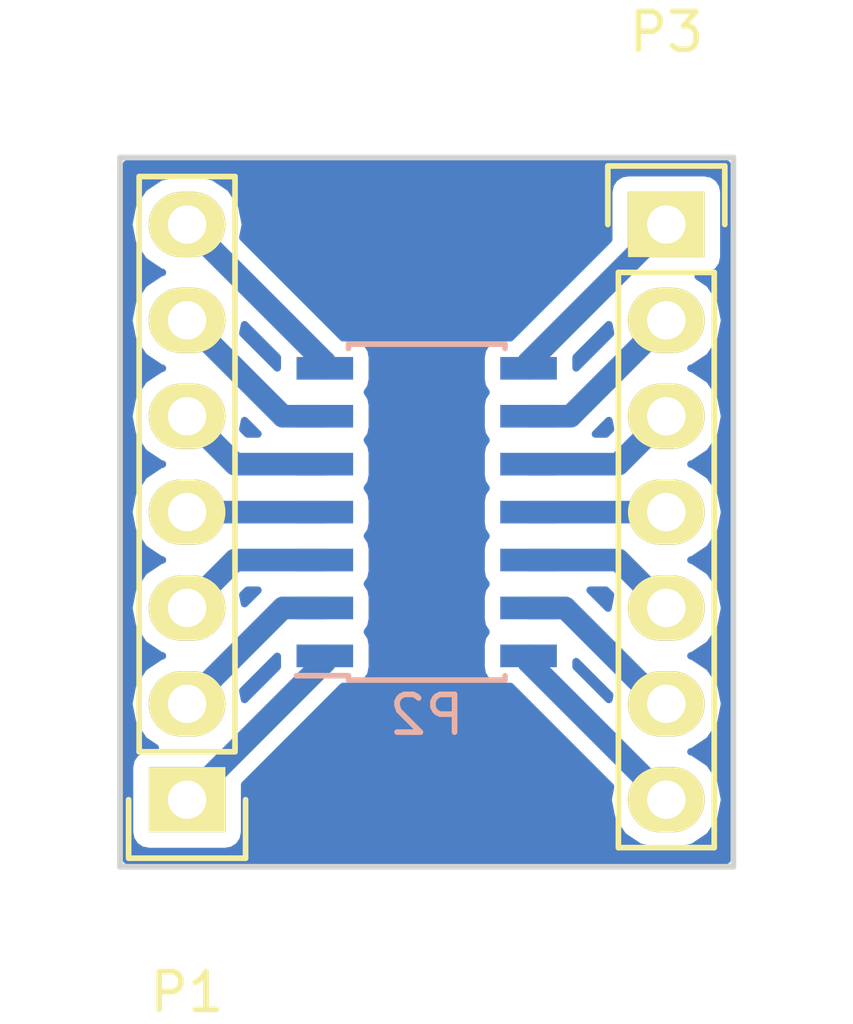
<source format=kicad_pcb>
(kicad_pcb (version 4) (host pcbnew 4.0.1-stable)

  (general
    (links 14)
    (no_connects 0)
    (area 136.931667 95.175 160.248334 123.115)
    (thickness 1.6)
    (drawings 4)
    (tracks 27)
    (zones 0)
    (modules 3)
    (nets 15)
  )

  (page A4)
  (layers
    (0 F.Cu signal)
    (31 B.Cu signal)
    (32 B.Adhes user)
    (33 F.Adhes user)
    (34 B.Paste user)
    (35 F.Paste user)
    (36 B.SilkS user)
    (37 F.SilkS user)
    (38 B.Mask user)
    (39 F.Mask user)
    (40 Dwgs.User user)
    (41 Cmts.User user)
    (42 Eco1.User user)
    (43 Eco2.User user)
    (44 Edge.Cuts user)
    (45 Margin user)
    (46 B.CrtYd user)
    (47 F.CrtYd user)
    (48 B.Fab user)
    (49 F.Fab user)
  )

  (setup
    (last_trace_width 0.6)
    (user_trace_width 0.6)
    (trace_clearance 0.4)
    (zone_clearance 0)
    (zone_45_only no)
    (trace_min 0.2)
    (segment_width 0.2)
    (edge_width 0.15)
    (via_size 0.6)
    (via_drill 0.4)
    (via_min_size 0.4)
    (via_min_drill 0.3)
    (uvia_size 0.3)
    (uvia_drill 0.1)
    (uvias_allowed no)
    (uvia_min_size 0.2)
    (uvia_min_drill 0.1)
    (pcb_text_width 0.3)
    (pcb_text_size 1.5 1.5)
    (mod_edge_width 0.15)
    (mod_text_size 1 1)
    (mod_text_width 0.15)
    (pad_size 1.524 1.524)
    (pad_drill 0.762)
    (pad_to_mask_clearance 0.2)
    (aux_axis_origin 0 0)
    (visible_elements FFFFFF7F)
    (pcbplotparams
      (layerselection 0x01000_80000000)
      (usegerberextensions false)
      (excludeedgelayer true)
      (linewidth 0.100000)
      (plotframeref false)
      (viasonmask false)
      (mode 1)
      (useauxorigin false)
      (hpglpennumber 1)
      (hpglpenspeed 20)
      (hpglpendiameter 15)
      (hpglpenoverlay 2)
      (psnegative false)
      (psa4output false)
      (plotreference true)
      (plotvalue true)
      (plotinvisibletext false)
      (padsonsilk false)
      (subtractmaskfromsilk false)
      (outputformat 1)
      (mirror false)
      (drillshape 0)
      (scaleselection 1)
      (outputdirectory ""))
  )

  (net 0 "")
  (net 1 "Net-(P1-Pad1)")
  (net 2 "Net-(P1-Pad2)")
  (net 3 "Net-(P1-Pad3)")
  (net 4 "Net-(P1-Pad4)")
  (net 5 "Net-(P1-Pad5)")
  (net 6 "Net-(P1-Pad6)")
  (net 7 "Net-(P1-Pad7)")
  (net 8 "Net-(P2-Pad8)")
  (net 9 "Net-(P2-Pad10)")
  (net 10 "Net-(P2-Pad12)")
  (net 11 "Net-(P2-Pad14)")
  (net 12 "Net-(P2-Pad9)")
  (net 13 "Net-(P2-Pad11)")
  (net 14 "Net-(P2-Pad13)")

  (net_class Default "これは標準のネット クラスです。"
    (clearance 0.4)
    (trace_width 0.25)
    (via_dia 0.6)
    (via_drill 0.4)
    (uvia_dia 0.3)
    (uvia_drill 0.1)
    (add_net "Net-(P1-Pad1)")
    (add_net "Net-(P1-Pad2)")
    (add_net "Net-(P1-Pad3)")
    (add_net "Net-(P1-Pad4)")
    (add_net "Net-(P1-Pad5)")
    (add_net "Net-(P1-Pad6)")
    (add_net "Net-(P1-Pad7)")
    (add_net "Net-(P2-Pad10)")
    (add_net "Net-(P2-Pad11)")
    (add_net "Net-(P2-Pad12)")
    (add_net "Net-(P2-Pad13)")
    (add_net "Net-(P2-Pad14)")
    (add_net "Net-(P2-Pad8)")
    (add_net "Net-(P2-Pad9)")
  )

  (module Pin_Headers:Pin_Header_Straight_1x07 (layer F.Cu) (tedit 0) (tstamp 56BD3441)
    (at 142.24 116.84 180)
    (descr "Through hole pin header")
    (tags "pin header")
    (path /56BD349E)
    (fp_text reference P1 (at 0 -5.1 180) (layer F.SilkS)
      (effects (font (size 1 1) (thickness 0.15)))
    )
    (fp_text value CONN_01X07 (at 0 -3.1 180) (layer F.Fab)
      (effects (font (size 1 1) (thickness 0.15)))
    )
    (fp_line (start -1.75 -1.75) (end -1.75 17) (layer F.CrtYd) (width 0.05))
    (fp_line (start 1.75 -1.75) (end 1.75 17) (layer F.CrtYd) (width 0.05))
    (fp_line (start -1.75 -1.75) (end 1.75 -1.75) (layer F.CrtYd) (width 0.05))
    (fp_line (start -1.75 17) (end 1.75 17) (layer F.CrtYd) (width 0.05))
    (fp_line (start 1.27 1.27) (end 1.27 16.51) (layer F.SilkS) (width 0.15))
    (fp_line (start 1.27 16.51) (end -1.27 16.51) (layer F.SilkS) (width 0.15))
    (fp_line (start -1.27 16.51) (end -1.27 1.27) (layer F.SilkS) (width 0.15))
    (fp_line (start 1.55 -1.55) (end 1.55 0) (layer F.SilkS) (width 0.15))
    (fp_line (start 1.27 1.27) (end -1.27 1.27) (layer F.SilkS) (width 0.15))
    (fp_line (start -1.55 0) (end -1.55 -1.55) (layer F.SilkS) (width 0.15))
    (fp_line (start -1.55 -1.55) (end 1.55 -1.55) (layer F.SilkS) (width 0.15))
    (pad 1 thru_hole rect (at 0 0 180) (size 2.032 1.7272) (drill 1.016) (layers *.Cu *.Mask F.SilkS)
      (net 1 "Net-(P1-Pad1)"))
    (pad 2 thru_hole oval (at 0 2.54 180) (size 2.032 1.7272) (drill 1.016) (layers *.Cu *.Mask F.SilkS)
      (net 2 "Net-(P1-Pad2)"))
    (pad 3 thru_hole oval (at 0 5.08 180) (size 2.032 1.7272) (drill 1.016) (layers *.Cu *.Mask F.SilkS)
      (net 3 "Net-(P1-Pad3)"))
    (pad 4 thru_hole oval (at 0 7.62 180) (size 2.032 1.7272) (drill 1.016) (layers *.Cu *.Mask F.SilkS)
      (net 4 "Net-(P1-Pad4)"))
    (pad 5 thru_hole oval (at 0 10.16 180) (size 2.032 1.7272) (drill 1.016) (layers *.Cu *.Mask F.SilkS)
      (net 5 "Net-(P1-Pad5)"))
    (pad 6 thru_hole oval (at 0 12.7 180) (size 2.032 1.7272) (drill 1.016) (layers *.Cu *.Mask F.SilkS)
      (net 6 "Net-(P1-Pad6)"))
    (pad 7 thru_hole oval (at 0 15.24 180) (size 2.032 1.7272) (drill 1.016) (layers *.Cu *.Mask F.SilkS)
      (net 7 "Net-(P1-Pad7)"))
    (model Pin_Headers.3dshapes/Pin_Header_Straight_1x07.wrl
      (at (xyz 0 -0.3 0))
      (scale (xyz 1 1 1))
      (rotate (xyz 0 0 90))
    )
  )

  (module Housings_SOIC:SOIC-14_3.9x8.7mm_Pitch1.27mm (layer B.Cu) (tedit 54130A77) (tstamp 56BD3453)
    (at 148.59 109.22)
    (descr "14-Lead Plastic Small Outline (SL) - Narrow, 3.90 mm Body [SOIC] (see Microchip Packaging Specification 00000049BS.pdf)")
    (tags "SOIC 1.27")
    (path /56BD3578)
    (attr smd)
    (fp_text reference P2 (at 0 5.375) (layer B.SilkS)
      (effects (font (size 1 1) (thickness 0.15)) (justify mirror))
    )
    (fp_text value DIL14 (at 0 -5.375) (layer B.Fab)
      (effects (font (size 1 1) (thickness 0.15)) (justify mirror))
    )
    (fp_line (start -3.7 4.65) (end -3.7 -4.65) (layer B.CrtYd) (width 0.05))
    (fp_line (start 3.7 4.65) (end 3.7 -4.65) (layer B.CrtYd) (width 0.05))
    (fp_line (start -3.7 4.65) (end 3.7 4.65) (layer B.CrtYd) (width 0.05))
    (fp_line (start -3.7 -4.65) (end 3.7 -4.65) (layer B.CrtYd) (width 0.05))
    (fp_line (start -2.075 4.45) (end -2.075 4.335) (layer B.SilkS) (width 0.15))
    (fp_line (start 2.075 4.45) (end 2.075 4.335) (layer B.SilkS) (width 0.15))
    (fp_line (start 2.075 -4.45) (end 2.075 -4.335) (layer B.SilkS) (width 0.15))
    (fp_line (start -2.075 -4.45) (end -2.075 -4.335) (layer B.SilkS) (width 0.15))
    (fp_line (start -2.075 4.45) (end 2.075 4.45) (layer B.SilkS) (width 0.15))
    (fp_line (start -2.075 -4.45) (end 2.075 -4.45) (layer B.SilkS) (width 0.15))
    (fp_line (start -2.075 4.335) (end -3.45 4.335) (layer B.SilkS) (width 0.15))
    (pad 1 smd rect (at -2.7 3.81) (size 1.5 0.6) (layers B.Cu B.Paste B.Mask)
      (net 1 "Net-(P1-Pad1)"))
    (pad 2 smd rect (at -2.7 2.54) (size 1.5 0.6) (layers B.Cu B.Paste B.Mask)
      (net 2 "Net-(P1-Pad2)"))
    (pad 3 smd rect (at -2.7 1.27) (size 1.5 0.6) (layers B.Cu B.Paste B.Mask)
      (net 3 "Net-(P1-Pad3)"))
    (pad 4 smd rect (at -2.7 0) (size 1.5 0.6) (layers B.Cu B.Paste B.Mask)
      (net 4 "Net-(P1-Pad4)"))
    (pad 5 smd rect (at -2.7 -1.27) (size 1.5 0.6) (layers B.Cu B.Paste B.Mask)
      (net 5 "Net-(P1-Pad5)"))
    (pad 6 smd rect (at -2.7 -2.54) (size 1.5 0.6) (layers B.Cu B.Paste B.Mask)
      (net 6 "Net-(P1-Pad6)"))
    (pad 7 smd rect (at -2.7 -3.81) (size 1.5 0.6) (layers B.Cu B.Paste B.Mask)
      (net 7 "Net-(P1-Pad7)"))
    (pad 8 smd rect (at 2.7 -3.81) (size 1.5 0.6) (layers B.Cu B.Paste B.Mask)
      (net 8 "Net-(P2-Pad8)"))
    (pad 9 smd rect (at 2.7 -2.54) (size 1.5 0.6) (layers B.Cu B.Paste B.Mask)
      (net 12 "Net-(P2-Pad9)"))
    (pad 10 smd rect (at 2.7 -1.27) (size 1.5 0.6) (layers B.Cu B.Paste B.Mask)
      (net 9 "Net-(P2-Pad10)"))
    (pad 11 smd rect (at 2.7 0) (size 1.5 0.6) (layers B.Cu B.Paste B.Mask)
      (net 13 "Net-(P2-Pad11)"))
    (pad 12 smd rect (at 2.7 1.27) (size 1.5 0.6) (layers B.Cu B.Paste B.Mask)
      (net 10 "Net-(P2-Pad12)"))
    (pad 13 smd rect (at 2.7 2.54) (size 1.5 0.6) (layers B.Cu B.Paste B.Mask)
      (net 14 "Net-(P2-Pad13)"))
    (pad 14 smd rect (at 2.7 3.81) (size 1.5 0.6) (layers B.Cu B.Paste B.Mask)
      (net 11 "Net-(P2-Pad14)"))
    (model Housings_SOIC.3dshapes/SOIC-14_3.9x8.7mm_Pitch1.27mm.wrl
      (at (xyz 0 0 0))
      (scale (xyz 1 1 1))
      (rotate (xyz 0 0 0))
    )
  )

  (module Pin_Headers:Pin_Header_Straight_1x07 (layer F.Cu) (tedit 0) (tstamp 56BD345E)
    (at 154.94 101.6)
    (descr "Through hole pin header")
    (tags "pin header")
    (path /56BD345F)
    (fp_text reference P3 (at 0 -5.1) (layer F.SilkS)
      (effects (font (size 1 1) (thickness 0.15)))
    )
    (fp_text value CONN_01X07 (at 0 -3.1) (layer F.Fab)
      (effects (font (size 1 1) (thickness 0.15)))
    )
    (fp_line (start -1.75 -1.75) (end -1.75 17) (layer F.CrtYd) (width 0.05))
    (fp_line (start 1.75 -1.75) (end 1.75 17) (layer F.CrtYd) (width 0.05))
    (fp_line (start -1.75 -1.75) (end 1.75 -1.75) (layer F.CrtYd) (width 0.05))
    (fp_line (start -1.75 17) (end 1.75 17) (layer F.CrtYd) (width 0.05))
    (fp_line (start 1.27 1.27) (end 1.27 16.51) (layer F.SilkS) (width 0.15))
    (fp_line (start 1.27 16.51) (end -1.27 16.51) (layer F.SilkS) (width 0.15))
    (fp_line (start -1.27 16.51) (end -1.27 1.27) (layer F.SilkS) (width 0.15))
    (fp_line (start 1.55 -1.55) (end 1.55 0) (layer F.SilkS) (width 0.15))
    (fp_line (start 1.27 1.27) (end -1.27 1.27) (layer F.SilkS) (width 0.15))
    (fp_line (start -1.55 0) (end -1.55 -1.55) (layer F.SilkS) (width 0.15))
    (fp_line (start -1.55 -1.55) (end 1.55 -1.55) (layer F.SilkS) (width 0.15))
    (pad 1 thru_hole rect (at 0 0) (size 2.032 1.7272) (drill 1.016) (layers *.Cu *.Mask F.SilkS)
      (net 8 "Net-(P2-Pad8)"))
    (pad 2 thru_hole oval (at 0 2.54) (size 2.032 1.7272) (drill 1.016) (layers *.Cu *.Mask F.SilkS)
      (net 12 "Net-(P2-Pad9)"))
    (pad 3 thru_hole oval (at 0 5.08) (size 2.032 1.7272) (drill 1.016) (layers *.Cu *.Mask F.SilkS)
      (net 9 "Net-(P2-Pad10)"))
    (pad 4 thru_hole oval (at 0 7.62) (size 2.032 1.7272) (drill 1.016) (layers *.Cu *.Mask F.SilkS)
      (net 13 "Net-(P2-Pad11)"))
    (pad 5 thru_hole oval (at 0 10.16) (size 2.032 1.7272) (drill 1.016) (layers *.Cu *.Mask F.SilkS)
      (net 10 "Net-(P2-Pad12)"))
    (pad 6 thru_hole oval (at 0 12.7) (size 2.032 1.7272) (drill 1.016) (layers *.Cu *.Mask F.SilkS)
      (net 14 "Net-(P2-Pad13)"))
    (pad 7 thru_hole oval (at 0 15.24) (size 2.032 1.7272) (drill 1.016) (layers *.Cu *.Mask F.SilkS)
      (net 11 "Net-(P2-Pad14)"))
    (model Pin_Headers.3dshapes/Pin_Header_Straight_1x07.wrl
      (at (xyz 0 -0.3 0))
      (scale (xyz 1 1 1))
      (rotate (xyz 0 0 90))
    )
  )

  (gr_line (start 140.462 118.618) (end 140.462 99.822) (angle 90) (layer Edge.Cuts) (width 0.15))
  (gr_line (start 156.718 118.618) (end 140.462 118.618) (angle 90) (layer Edge.Cuts) (width 0.15))
  (gr_line (start 156.718 99.822) (end 156.718 118.618) (angle 90) (layer Edge.Cuts) (width 0.15))
  (gr_line (start 140.462 99.822) (end 156.718 99.822) (angle 90) (layer Edge.Cuts) (width 0.15))

  (segment (start 142.24 116.84) (end 145.89 113.19) (width 0.6) (layer B.Cu) (net 1) (status C00000))
  (segment (start 145.89 113.19) (end 145.89 113.03) (width 0.6) (layer B.Cu) (net 1) (tstamp 56BD3530) (status C00000))
  (segment (start 145.89 111.76) (end 144.78 111.76) (width 0.6) (layer B.Cu) (net 2) (status 400000))
  (segment (start 144.78 111.76) (end 142.24 114.3) (width 0.6) (layer B.Cu) (net 2) (tstamp 56BD350F) (status 800000))
  (segment (start 145.89 110.49) (end 143.51 110.49) (width 0.6) (layer B.Cu) (net 3) (status 400000))
  (segment (start 143.51 110.49) (end 142.24 111.76) (width 0.6) (layer B.Cu) (net 3) (tstamp 56BD3513) (status 800000))
  (segment (start 142.24 109.22) (end 145.89 109.22) (width 0.6) (layer B.Cu) (net 4) (status C00000))
  (segment (start 142.24 106.68) (end 143.51 107.95) (width 0.6) (layer B.Cu) (net 5) (status 400000))
  (segment (start 143.51 107.95) (end 145.89 107.95) (width 0.6) (layer B.Cu) (net 5) (tstamp 56BD351A) (status 800000))
  (segment (start 142.24 104.14) (end 144.78 106.68) (width 0.6) (layer B.Cu) (net 6) (status 400000))
  (segment (start 144.78 106.68) (end 145.89 106.68) (width 0.6) (layer B.Cu) (net 6) (tstamp 56BD3523) (status 800000))
  (segment (start 142.24 101.6) (end 145.89 105.25) (width 0.6) (layer B.Cu) (net 7) (status C00000))
  (segment (start 145.89 105.25) (end 145.89 105.41) (width 0.6) (layer B.Cu) (net 7) (tstamp 56BD3526) (status C00000))
  (segment (start 154.94 101.6) (end 151.29 105.25) (width 0.6) (layer B.Cu) (net 8) (status C00000))
  (segment (start 151.29 105.25) (end 151.29 105.41) (width 0.6) (layer B.Cu) (net 8) (tstamp 56BD3529) (status C00000))
  (segment (start 154.94 106.68) (end 153.67 107.95) (width 0.6) (layer B.Cu) (net 9) (status 400000))
  (segment (start 153.67 107.95) (end 151.29 107.95) (width 0.6) (layer B.Cu) (net 9) (tstamp 56BD351D) (status 800000))
  (segment (start 151.29 110.49) (end 153.67 110.49) (width 0.6) (layer B.Cu) (net 10) (status 400000))
  (segment (start 153.67 110.49) (end 154.94 111.76) (width 0.6) (layer B.Cu) (net 10) (tstamp 56BD350C) (status 800000))
  (segment (start 154.94 116.84) (end 151.29 113.19) (width 0.6) (layer B.Cu) (net 11) (status C00000))
  (segment (start 151.29 113.19) (end 151.29 113.03) (width 0.6) (layer B.Cu) (net 11) (tstamp 56BD3533) (status C00000))
  (segment (start 154.94 104.14) (end 152.4 106.68) (width 0.6) (layer B.Cu) (net 12) (status 400000))
  (segment (start 152.4 106.68) (end 151.29 106.68) (width 0.6) (layer B.Cu) (net 12) (tstamp 56BD3520) (status 800000))
  (segment (start 151.29 109.22) (end 154.94 109.22) (width 0.6) (layer B.Cu) (net 13) (status C00000))
  (segment (start 151.29 111.76) (end 152.26 111.76) (width 0.6) (layer B.Cu) (net 14) (status 400000))
  (segment (start 152.26 111.76) (end 154.8 114.3) (width 0.6) (layer B.Cu) (net 14) (tstamp 56BD3508) (status 800000))
  (segment (start 154.8 114.3) (end 154.94 114.3) (width 0.6) (layer B.Cu) (net 14) (tstamp 56BD3509) (status C00000))

  (zone (net 0) (net_name "") (layer B.Cu) (tstamp 56BD354E) (hatch edge 0.508)
    (connect_pads yes (clearance 0))
    (min_thickness 0.2)
    (fill yes (arc_segments 16) (thermal_gap 0.508) (thermal_bridge_width 0.508))
    (polygon
      (pts
        (xy 156.718 118.618) (xy 140.462 118.618) (xy 140.462 99.822) (xy 156.718 99.822) (xy 156.718 118.618)
      )
    )
    (filled_polygon
      (pts
        (xy 156.543 118.443) (xy 140.637 118.443) (xy 140.637 101.6) (xy 140.6943 101.6) (xy 140.798098 102.121827)
        (xy 141.093689 102.564211) (xy 141.536073 102.859802) (xy 141.587342 102.87) (xy 141.536073 102.880198) (xy 141.093689 103.175789)
        (xy 140.798098 103.618173) (xy 140.6943 104.14) (xy 140.798098 104.661827) (xy 141.093689 105.104211) (xy 141.536073 105.399802)
        (xy 141.587342 105.41) (xy 141.536073 105.420198) (xy 141.093689 105.715789) (xy 140.798098 106.158173) (xy 140.6943 106.68)
        (xy 140.798098 107.201827) (xy 141.093689 107.644211) (xy 141.536073 107.939802) (xy 141.587342 107.95) (xy 141.536073 107.960198)
        (xy 141.093689 108.255789) (xy 140.798098 108.698173) (xy 140.6943 109.22) (xy 140.798098 109.741827) (xy 141.093689 110.184211)
        (xy 141.536073 110.479802) (xy 141.587342 110.49) (xy 141.536073 110.500198) (xy 141.093689 110.795789) (xy 140.798098 111.238173)
        (xy 140.6943 111.76) (xy 140.798098 112.281827) (xy 141.093689 112.724211) (xy 141.536073 113.019802) (xy 141.587342 113.03)
        (xy 141.536073 113.040198) (xy 141.093689 113.335789) (xy 140.798098 113.778173) (xy 140.6943 114.3) (xy 140.798098 114.821827)
        (xy 141.093689 115.264211) (xy 141.396594 115.466605) (xy 141.224 115.466605) (xy 141.038711 115.501469) (xy 140.868535 115.610975)
        (xy 140.75437 115.778061) (xy 140.714205 115.9764) (xy 140.714205 117.7036) (xy 140.749069 117.888889) (xy 140.858575 118.059065)
        (xy 141.025661 118.17323) (xy 141.224 118.213395) (xy 143.256 118.213395) (xy 143.441289 118.178531) (xy 143.611465 118.069025)
        (xy 143.72563 117.901939) (xy 143.765795 117.7036) (xy 143.765795 116.445575) (xy 146.371576 113.839795) (xy 146.64 113.839795)
        (xy 146.825289 113.804931) (xy 146.995465 113.695425) (xy 147.10963 113.528339) (xy 147.149795 113.33) (xy 147.149795 112.73)
        (xy 147.114931 112.544711) (xy 147.017459 112.393236) (xy 147.10963 112.258339) (xy 147.149795 112.06) (xy 147.149795 111.46)
        (xy 147.114931 111.274711) (xy 147.017459 111.123236) (xy 147.10963 110.988339) (xy 147.149795 110.79) (xy 147.149795 110.19)
        (xy 147.114931 110.004711) (xy 147.017459 109.853236) (xy 147.10963 109.718339) (xy 147.149795 109.52) (xy 147.149795 108.92)
        (xy 147.114931 108.734711) (xy 147.017459 108.583236) (xy 147.10963 108.448339) (xy 147.149795 108.25) (xy 147.149795 107.65)
        (xy 147.114931 107.464711) (xy 147.017459 107.313236) (xy 147.10963 107.178339) (xy 147.149795 106.98) (xy 147.149795 106.38)
        (xy 147.114931 106.194711) (xy 147.017459 106.043236) (xy 147.10963 105.908339) (xy 147.149795 105.71) (xy 147.149795 105.11)
        (xy 150.030205 105.11) (xy 150.030205 105.71) (xy 150.065069 105.895289) (xy 150.162541 106.046764) (xy 150.07037 106.181661)
        (xy 150.030205 106.38) (xy 150.030205 106.98) (xy 150.065069 107.165289) (xy 150.162541 107.316764) (xy 150.07037 107.451661)
        (xy 150.030205 107.65) (xy 150.030205 108.25) (xy 150.065069 108.435289) (xy 150.162541 108.586764) (xy 150.07037 108.721661)
        (xy 150.030205 108.92) (xy 150.030205 109.52) (xy 150.065069 109.705289) (xy 150.162541 109.856764) (xy 150.07037 109.991661)
        (xy 150.030205 110.19) (xy 150.030205 110.79) (xy 150.065069 110.975289) (xy 150.162541 111.126764) (xy 150.07037 111.261661)
        (xy 150.030205 111.46) (xy 150.030205 112.06) (xy 150.065069 112.245289) (xy 150.162541 112.396764) (xy 150.07037 112.531661)
        (xy 150.030205 112.73) (xy 150.030205 113.33) (xy 150.065069 113.515289) (xy 150.174575 113.685465) (xy 150.341661 113.79963)
        (xy 150.54 113.839795) (xy 150.808425 113.839795) (xy 153.463042 116.494412) (xy 153.3943 116.84) (xy 153.498098 117.361827)
        (xy 153.793689 117.804211) (xy 154.236073 118.099802) (xy 154.7579 118.2036) (xy 155.1221 118.2036) (xy 155.643927 118.099802)
        (xy 156.086311 117.804211) (xy 156.381902 117.361827) (xy 156.4857 116.84) (xy 156.381902 116.318173) (xy 156.086311 115.875789)
        (xy 155.643927 115.580198) (xy 155.592658 115.57) (xy 155.643927 115.559802) (xy 156.086311 115.264211) (xy 156.381902 114.821827)
        (xy 156.4857 114.3) (xy 156.381902 113.778173) (xy 156.086311 113.335789) (xy 155.643927 113.040198) (xy 155.592658 113.03)
        (xy 155.643927 113.019802) (xy 156.086311 112.724211) (xy 156.381902 112.281827) (xy 156.4857 111.76) (xy 156.381902 111.238173)
        (xy 156.086311 110.795789) (xy 155.643927 110.500198) (xy 155.592658 110.49) (xy 155.643927 110.479802) (xy 156.086311 110.184211)
        (xy 156.381902 109.741827) (xy 156.4857 109.22) (xy 156.381902 108.698173) (xy 156.086311 108.255789) (xy 155.643927 107.960198)
        (xy 155.592658 107.95) (xy 155.643927 107.939802) (xy 156.086311 107.644211) (xy 156.381902 107.201827) (xy 156.4857 106.68)
        (xy 156.381902 106.158173) (xy 156.086311 105.715789) (xy 155.643927 105.420198) (xy 155.592658 105.41) (xy 155.643927 105.399802)
        (xy 156.086311 105.104211) (xy 156.381902 104.661827) (xy 156.4857 104.14) (xy 156.381902 103.618173) (xy 156.086311 103.175789)
        (xy 155.783406 102.973395) (xy 155.956 102.973395) (xy 156.141289 102.938531) (xy 156.311465 102.829025) (xy 156.42563 102.661939)
        (xy 156.465795 102.4636) (xy 156.465795 100.7364) (xy 156.430931 100.551111) (xy 156.321425 100.380935) (xy 156.154339 100.26677)
        (xy 155.956 100.226605) (xy 153.924 100.226605) (xy 153.738711 100.261469) (xy 153.568535 100.370975) (xy 153.45437 100.538061)
        (xy 153.414205 100.7364) (xy 153.414205 101.994424) (xy 150.808425 104.600205) (xy 150.54 104.600205) (xy 150.354711 104.635069)
        (xy 150.184535 104.744575) (xy 150.07037 104.911661) (xy 150.030205 105.11) (xy 147.149795 105.11) (xy 147.114931 104.924711)
        (xy 147.005425 104.754535) (xy 146.838339 104.64037) (xy 146.64 104.600205) (xy 146.371576 104.600205) (xy 143.716958 101.945588)
        (xy 143.7857 101.6) (xy 143.681902 101.078173) (xy 143.386311 100.635789) (xy 142.943927 100.340198) (xy 142.4221 100.2364)
        (xy 142.0579 100.2364) (xy 141.536073 100.340198) (xy 141.093689 100.635789) (xy 140.798098 101.078173) (xy 140.6943 101.6)
        (xy 140.637 101.6) (xy 140.637 99.997) (xy 156.543 99.997)
      )
    )
    (filled_polygon
      (pts
        (xy 144.630205 113.318424) (xy 143.762958 114.185671) (xy 143.716958 113.954412) (xy 144.630205 113.041166)
      )
    )
    (filled_polygon
      (pts
        (xy 143.762958 111.645671) (xy 143.716958 111.414412) (xy 143.841371 111.29) (xy 144.118629 111.29)
      )
    )
    (filled_polygon
      (pts
        (xy 144.118629 107.15) (xy 143.841371 107.15) (xy 143.716958 107.025588) (xy 143.762958 106.794329)
      )
    )
    (filled_polygon
      (pts
        (xy 144.630205 105.121576) (xy 144.630205 105.398834) (xy 143.716958 104.485588) (xy 143.762958 104.254329)
      )
    )
    (filled_polygon
      (pts
        (xy 153.439814 114.071185) (xy 153.417041 114.185671) (xy 152.549795 113.318425) (xy 152.549795 113.181165)
      )
    )
    (filled_polygon
      (pts
        (xy 153.463042 111.414412) (xy 153.3943 111.76) (xy 153.395027 111.763657) (xy 152.92137 111.29) (xy 153.33863 111.29)
      )
    )
    (filled_polygon
      (pts
        (xy 153.463042 107.025588) (xy 153.33863 107.15) (xy 153.06137 107.15) (xy 153.417041 106.794329)
      )
    )
    (filled_polygon
      (pts
        (xy 153.463042 104.485588) (xy 152.549795 105.398835) (xy 152.549795 105.121575) (xy 153.417041 104.254329)
      )
    )
  )
)

</source>
